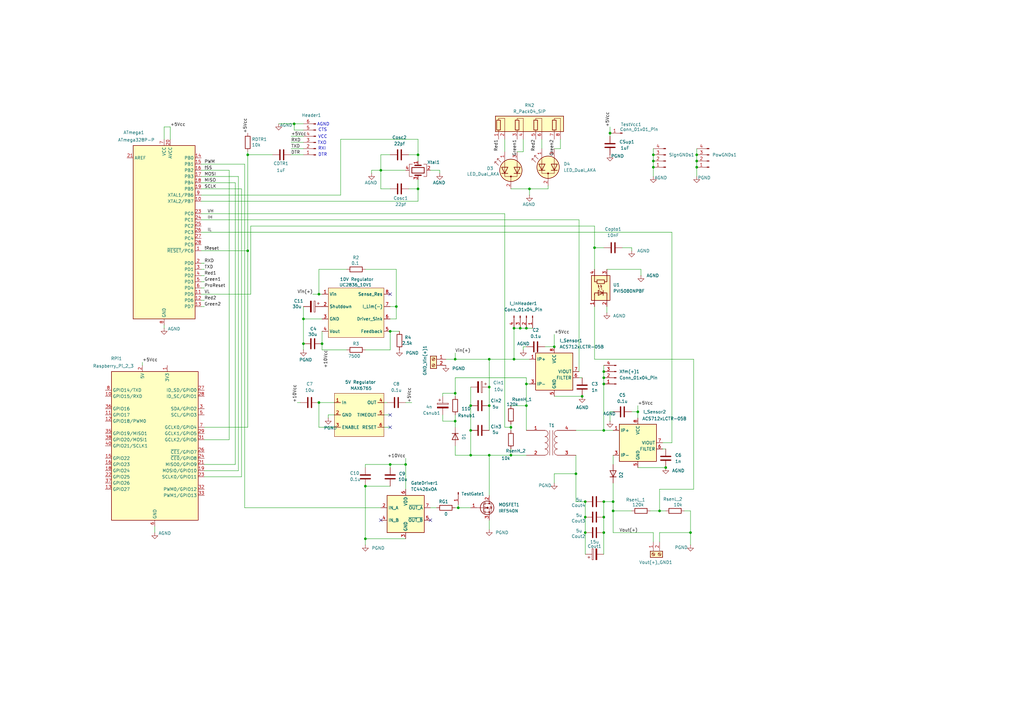
<source format=kicad_sch>
(kicad_sch (version 20250114) (generator "eeschema") (generator_version "9.0")
  (paper "A3")
  (title_block (title "EV Microgrid Flyback Converter") (company "Cal Poly, Senior Project"))
  (lib_symbols
    (symbol "C_1" (pin_numbers (hide yes)) (pin_names (offset 0.254))
      (property "Reference" "C" (at 0.635 2.54 0))
      (property "Value" "C" (at 0.635 -2.54 0))
      (symbol "C_1_1_1"
        (pin passive line (at 0 3.81 270) (length 2.794) (name "~") (number "1"))
        (pin passive line (at 0 -3.81 90) (length 2.794) (name "~") (number "2"))
      )
    )
    (symbol "Connector:Conn_01x01_Pin" (pin_names (offset 1.016) (hide yes))
      (property "Reference" "J" (at 0 2.54 0))
      (property "Value" "Conn_01x01_Pin" (at 0 -2.54 0))
      (symbol "Conn_01x01_Pin_1_1"
        (pin passive line (at 5.08 0 180) (length 3.81) (name "Pin_1") (number "1"))
      )
    )
    (symbol "Connector:Conn_01x04_Pin" (pin_names (offset 1.016) (hide yes))
      (property "Reference" "J" (at 0 5.08 0))
      (property "Value" "Conn_01x04_Pin" (at 0 -7.62 0))
      (symbol "Conn_01x04_Pin_1_1"
        (pin passive line (at 5.08 2.54 180) (length 3.81) (name "Pin_1") (number "1"))
        (pin passive line (at 5.08 0 180) (length 3.81) (name "Pin_2") (number "2"))
        (pin passive line (at 5.08 -2.54 180) (length 3.81) (name "Pin_3") (number "3"))
        (pin passive line (at 5.08 -5.08 180) (length 3.81) (name "Pin_4") (number "4"))
      )
    )
    (symbol "Connector:Raspberry_Pi_2_3"
      (property "Reference" "J" (at -17.78 31.75 0))
      (property "Value" "Raspberry_Pi_2_3" (at 10.16 -31.75 0))
      (symbol "Raspberry_Pi_2_3_1_1"
        (pin bidirectional line (at -20.32 22.86 0) (length 2.54) (name "GPIO14/TXD") (number "8"))
        (pin bidirectional line (at -20.32 20.32 0) (length 2.54) (name "GPIO15/RXD") (number "10"))
        (pin bidirectional line (at -20.32 15.24 0) (length 2.54) (name "GPIO16") (number "36"))
        (pin bidirectional line (at -20.32 12.7 0) (length 2.54) (name "GPIO17") (number "11"))
        (pin bidirectional line (at -20.32 10.16 0) (length 2.54) (name "GPIO18/PWM0") (number "12"))
        (pin bidirectional line (at -20.32 5.08 0) (length 2.54) (name "GPIO19/MISO1") (number "35"))
        (pin bidirectional line (at -20.32 2.54 0) (length 2.54) (name "GPIO20/MOSI1") (number "38"))
        (pin bidirectional line (at -20.32 0 0) (length 2.54) (name "GPIO21/SCLK1") (number "40"))
        (pin bidirectional line (at -20.32 -5.08 0) (length 2.54) (name "GPIO22") (number "15"))
        (pin bidirectional line (at -20.32 -7.62 0) (length 2.54) (name "GPIO23") (number "16"))
        (pin bidirectional line (at -20.32 -10.16 0) (length 2.54) (name "GPIO24") (number "18"))
        (pin bidirectional line (at -20.32 -12.7 0) (length 2.54) (name "GPIO25") (number "22"))
        (pin bidirectional line (at -20.32 -15.24 0) (length 2.54) (name "GPIO26") (number "37"))
        (pin bidirectional line (at -20.32 -17.78 0) (length 2.54) (name "GPIO27") (number "13"))
        (pin power_in line (at -5.08 33.02 270) (length 2.54) (name "5V") (number "2"))
        (pin passive line (at -5.08 33.02 270) (length 2.54) (hide yes) (name "5V") (number "4"))
        (pin passive line (at 0 -33.02 90) (length 2.54) (hide yes) (name "GND") (number "14"))
        (pin passive line (at 0 -33.02 90) (length 2.54) (hide yes) (name "GND") (number "20"))
        (pin passive line (at 0 -33.02 90) (length 2.54) (hide yes) (name "GND") (number "25"))
        (pin passive line (at 0 -33.02 90) (length 2.54) (hide yes) (name "GND") (number "30"))
        (pin passive line (at 0 -33.02 90) (length 2.54) (hide yes) (name "GND") (number "34"))
        (pin passive line (at 0 -33.02 90) (length 2.54) (hide yes) (name "GND") (number "39"))
        (pin power_in line (at 0 -33.02 90) (length 2.54) (name "GND") (number "6"))
        (pin passive line (at 0 -33.02 90) (length 2.54) (hide yes) (name "GND") (number "9"))
        (pin power_in line (at 5.08 33.02 270) (length 2.54) (name "3V3") (number "1"))
        (pin passive line (at 5.08 33.02 270) (length 2.54) (hide yes) (name "3V3") (number "17"))
        (pin bidirectional line (at 20.32 22.86 180) (length 2.54) (name "ID_SD/GPIO0") (number "27"))
        (pin bidirectional line (at 20.32 20.32 180) (length 2.54) (name "ID_SC/GPIO1") (number "28"))
        (pin bidirectional line (at 20.32 15.24 180) (length 2.54) (name "SDA/GPIO2") (number "3"))
        (pin bidirectional line (at 20.32 12.7 180) (length 2.54) (name "SCL/GPIO3") (number "5"))
        (pin bidirectional line (at 20.32 7.62 180) (length 2.54) (name "GCLK0/GPIO4") (number "7"))
        (pin bidirectional line (at 20.32 5.08 180) (length 2.54) (name "GCLK1/GPIO5") (number "29"))
        (pin bidirectional line (at 20.32 2.54 180) (length 2.54) (name "GCLK2/GPIO6") (number "31"))
        (pin bidirectional line (at 20.32 -2.54 180) (length 2.54) (name "~{CE1}/GPIO7") (number "26"))
        (pin bidirectional line (at 20.32 -5.08 180) (length 2.54) (name "~{CE0}/GPIO8") (number "24"))
        (pin bidirectional line (at 20.32 -7.62 180) (length 2.54) (name "MISO0/GPIO9") (number "21"))
        (pin bidirectional line (at 20.32 -10.16 180) (length 2.54) (name "MOSI0/GPIO10") (number "19"))
        (pin bidirectional line (at 20.32 -12.7 180) (length 2.54) (name "SCLK0/GPIO11") (number "23"))
        (pin bidirectional line (at 20.32 -17.78 180) (length 2.54) (name "PWM0/GPIO12") (number "32"))
        (pin bidirectional line (at 20.32 -20.32 180) (length 2.54) (name "PWM1/GPIO13") (number "33"))
      )
    )
    (symbol "Connector:Screw_Terminal_01x02" (pin_names (offset 1.016) (hide yes))
      (property "Reference" "J" (at 0 2.54 0))
      (property "Value" "Screw_Terminal_01x02" (at 0 -5.08 0))
      (symbol "Screw_Terminal_01x02_1_1"
        (pin passive line (at -5.08 0 0) (length 3.81) (name "Pin_1") (number "1"))
        (pin passive line (at -5.08 -2.54 0) (length 3.81) (name "Pin_2") (number "2"))
      )
    )
    (symbol "Device:C" (pin_numbers (hide yes)) (pin_names (offset 0.254))
      (property "Reference" "C" (at 0.635 2.54 0))
      (property "Value" "C" (at 0.635 -2.54 0))
      (symbol "C_1_1"
        (pin passive line (at 0 3.81 270) (length 2.794) (name "~") (number "1"))
        (pin passive line (at 0 -3.81 90) (length 2.794) (name "~") (number "2"))
      )
    )
    (symbol "Device:C_Polarized" (pin_numbers (hide yes)) (pin_names (offset 0.254))
      (property "Reference" "C" (at 0.635 2.54 0))
      (property "Value" "C_Polarized" (at 0.635 -2.54 0))
      (symbol "C_Polarized_1_1"
        (pin passive line (at 0 3.81 270) (length 2.794) (name "~") (number "1"))
        (pin passive line (at 0 -3.81 90) (length 2.794) (name "~") (number "2"))
      )
    )
    (symbol "Device:Crystal_GND23" (pin_names (offset 1.016) (hide yes))
      (property "Reference" "Y1" (at 11.43 6.4202 0))
      (property "Value" "Crystal_GND23" (at 11.43 3.8802 0))
      (symbol "Crystal_GND23_1_1"
        (pin passive line (at -3.81 0 0) (length 1.27) (name "1") (number "1"))
        (pin passive line (at 0 5.08 270) (length 1.27) (name "2") (number "2"))
        (pin passive line (at 0 -5.08 90) (length 1.27) (name "4") (number "4"))
        (pin passive line (at 3.81 0 180) (length 1.27) (name "3") (number "3"))
      )
    )
    (symbol "Device:D" (pin_numbers (hide yes)) (pin_names (offset 1.016) (hide yes))
      (property "Reference" "D" (at 0 2.54 0))
      (property "Value" "D" (at 0 -2.54 0))
      (symbol "D_1_1"
        (pin passive line (at -3.81 0 0) (length 2.54) (name "K") (number "1"))
        (pin passive line (at 3.81 0 180) (length 2.54) (name "A") (number "2"))
      )
    )
    (symbol "Device:LED_Dual_AKA" (pin_names (offset 0) (hide yes))
      (property "Reference" "D" (at 0 5.715 0))
      (property "Value" "LED_Dual_AKA" (at 0 -6.35 0))
      (symbol "LED_Dual_AKA_1_1"
        (pin input line (at -7.62 0 0) (length 3.048) (name "K") (number "2"))
        (pin input line (at 7.62 2.54 180) (length 3.81) (name "A1") (number "1"))
        (pin input line (at 7.62 -2.54 180) (length 3.81) (name "A2") (number "3"))
      )
    )
    (symbol "Device:R" (pin_numbers (hide yes)) (pin_names (offset 0))
      (property "Reference" "R" (at 2.032 0 90))
      (property "Value" "R" (at 0 0 90))
      (symbol "R_1_1"
        (pin passive line (at 0 3.81 270) (length 1.27) (name "~") (number "1"))
        (pin passive line (at 0 -3.81 90) (length 1.27) (name "~") (number "2"))
      )
    )
    (symbol "Device:R_Pack04_SIP" (pin_names (offset 0) (hide yes))
      (property "Reference" "RN" (at -15.24 0 90))
      (property "Value" "R_Pack04_SIP" (at 15.24 0 90))
      (symbol "R_Pack04_SIP_1_1"
        (pin passive line (at -12.7 -5.08 90) (length 3.81) (name "R1.1") (number "1"))
        (pin passive line (at -10.16 -5.08 90) (length 3.81) (name "R1.2") (number "2"))
        (pin passive line (at -5.08 -5.08 90) (length 3.81) (name "R2.1") (number "3"))
        (pin passive line (at -2.54 -5.08 90) (length 3.81) (name "R2.2") (number "4"))
        (pin passive line (at 2.54 -5.08 90) (length 3.81) (name "R3.1") (number "5"))
        (pin passive line (at 5.08 -5.08 90) (length 3.81) (name "R3.2") (number "6"))
        (pin passive line (at 10.16 -5.08 90) (length 3.81) (name "R4.1") (number "7"))
        (pin passive line (at 12.7 -5.08 90) (length 3.81) (name "R4.2") (number "8"))
      )
    )
    (symbol "Device:Transformer_1P_1S" (pin_names (offset 1.016) (hide yes))
      (property "Reference" "T" (at 0 6.35 0))
      (property "Value" "Transformer_1P_1S" (at 0 -7.62 0))
      (symbol "Transformer_1P_1S_1_1"
        (pin passive line (at -10.16 5.08 0) (length 7.62) (name "AA") (number "1"))
        (pin passive line (at -10.16 -5.08 0) (length 7.62) (name "AB") (number "2"))
        (pin passive line (at 10.16 5.08 180) (length 7.62) (name "SB") (number "4"))
        (pin passive line (at 10.16 -5.08 180) (length 7.62) (name "SA") (number "3"))
      )
    )
    (symbol "Driver_FET:TC4426xOA"
      (property "Reference" "U" (at -7.62 8.89 0))
      (property "Value" "TC4426xOA" (at 1.27 8.89 0))
      (symbol "TC4426xOA_1_1"
        (pin input line (at -10.16 2.54 0) (length 2.54) (name "IN_A") (number "2"))
        (pin input line (at -10.16 -2.54 0) (length 2.54) (name "IN_B") (number "4"))
        (pin no_connect line (at -7.62 0 0) (length 2.54) (hide yes) (name "NC") (number "1"))
        (pin power_in line (at 0 10.16 270) (length 2.54) (name "VDD") (number "6"))
        (pin power_in line (at 0 -10.16 90) (length 2.54) (name "GND") (number "3"))
        (pin no_connect line (at 7.62 0 180) (length 2.54) (hide yes) (name "NC") (number "8"))
        (pin output line (at 10.16 2.54 180) (length 2.54) (name "~{OUT_A}") (number "7"))
        (pin output line (at 10.16 -2.54 180) (length 2.54) (name "~{OUT_B}") (number "5"))
      )
    )
    (symbol "Isolator:NSL-32" (pin_names (offset 0.762) (hide yes))
      (property "Reference" "U" (at 0 5.08 0))
      (property "Value" "NSL-32" (at 0 -5.08 0))
      (symbol "NSL-32_1_1"
        (pin passive line (at -7.62 2.54 0) (length 2.54) (name "A") (number "1"))
        (pin passive line (at -7.62 -2.54 0) (length 2.54) (name "K") (number "2"))
        (pin passive line (at 7.62 2.54 180) (length 2.54) (name "R") (number "4"))
        (pin passive line (at 7.62 -2.54 180) (length 2.54) (name "R") (number "3"))
      )
    )
    (symbol "MCU_Microchip_ATmega:ATmega328P-P"
      (property "Reference" "U" (at -12.7 36.83 0))
      (property "Value" "ATmega328P-P" (at 2.54 -36.83 0))
      (symbol "ATmega328P-P_1_1"
        (pin passive line (at -15.24 30.48 0) (length 2.54) (name "AREF") (number "21"))
        (pin power_in line (at 0 38.1 270) (length 2.54) (name "VCC") (number "7"))
        (pin passive line (at 0 -38.1 90) (length 2.54) (hide yes) (name "GND") (number "22"))
        (pin power_in line (at 0 -38.1 90) (length 2.54) (name "GND") (number "8"))
        (pin power_in line (at 2.54 38.1 270) (length 2.54) (name "AVCC") (number "20"))
        (pin bidirectional line (at 15.24 30.48 180) (length 2.54) (name "PB0") (number "14"))
        (pin bidirectional line (at 15.24 27.94 180) (length 2.54) (name "PB1") (number "15"))
        (pin bidirectional line (at 15.24 25.4 180) (length 2.54) (name "PB2") (number "16"))
        (pin bidirectional line (at 15.24 22.86 180) (length 2.54) (name "PB3") (number "17"))
        (pin bidirectional line (at 15.24 20.32 180) (length 2.54) (name "PB4") (number "18"))
        (pin bidirectional line (at 15.24 17.78 180) (length 2.54) (name "PB5") (number "19"))
        (pin bidirectional line (at 15.24 15.24 180) (length 2.54) (name "XTAL1/PB6") (number "9"))
        (pin bidirectional line (at 15.24 12.7 180) (length 2.54) (name "XTAL2/PB7") (number "10"))
        (pin bidirectional line (at 15.24 7.62 180) (length 2.54) (name "PC0") (number "23"))
        (pin bidirectional line (at 15.24 5.08 180) (length 2.54) (name "PC1") (number "24"))
        (pin bidirectional line (at 15.24 2.54 180) (length 2.54) (name "PC2") (number "25"))
        (pin bidirectional line (at 15.24 0 180) (length 2.54) (name "PC3") (number "26"))
        (pin bidirectional line (at 15.24 -2.54 180) (length 2.54) (name "PC4") (number "27"))
        (pin bidirectional line (at 15.24 -5.08 180) (length 2.54) (name "PC5") (number "28"))
        (pin bidirectional line (at 15.24 -7.62 180) (length 2.54) (name "~{RESET}/PC6") (number "1"))
        (pin bidirectional line (at 15.24 -12.7 180) (length 2.54) (name "PD0") (number "2"))
        (pin bidirectional line (at 15.24 -15.24 180) (length 2.54) (name "PD1") (number "3"))
        (pin bidirectional line (at 15.24 -17.78 180) (length 2.54) (name "PD2") (number "4"))
        (pin bidirectional line (at 15.24 -20.32 180) (length 2.54) (name "PD3") (number "5"))
        (pin bidirectional line (at 15.24 -22.86 180) (length 2.54) (name "PD4") (number "6"))
        (pin bidirectional line (at 15.24 -25.4 180) (length 2.54) (name "PD5") (number "11"))
        (pin bidirectional line (at 15.24 -27.94 180) (length 2.54) (name "PD6") (number "12"))
        (pin bidirectional line (at 15.24 -30.48 180) (length 2.54) (name "PD7") (number "13"))
      )
    )
    (symbol "New_Library:MAX6765"
      (property "Reference" "MAX6765" (at 0.762 0.762 0))
      (property "Value" "5V Regulator" (at 0.508 3.302 0))
      (symbol "MAX6765_1_1"
        (pin input line (at -10.16 -5.08 0) (length 2.54) (name "In") (number "1"))
        (pin input line (at -10.16 -10.16 0) (length 2.54) (name "GND") (number "2"))
        (pin input line (at -10.16 -15.24 0) (length 2.54) (name "ENABLE") (number "3"))
        (pin input line (at 10.16 -5.08 180) (length 2.54) (name "OUT") (number "4"))
        (pin input line (at 10.16 -10.16 180) (length 2.54) (name "TIMEOUT") (number "5"))
        (pin input line (at 10.16 -15.24 180) (length 2.54) (name "RESET") (number "6"))
      )
    )
    (symbol "Regulator:UC2836D"
      (property "Reference" "UC2836D" (at 0 0 0))
      (symbol "UC2836D_1_1"
        (pin input line (at -13.97 -3.81 0) (length 2.54) (name "Vin") (number "1"))
        (pin input line (at -13.97 -8.89 0) (length 2.54) (name "Shutdown") (number "2"))
        (pin output line (at -13.97 -13.97 0) (length 2.54) (name "GND") (number "3"))
        (pin output line (at -13.97 -19.05 0) (length 2.54) (name "Vout") (number "4"))
        (pin unspecified line (at 13.97 -3.81 180) (length 2.54) (name "Sense_Res") (number "8"))
        (pin output line (at 13.97 -8.89 180) (length 2.54) (name "I_Lim(-)") (number "7"))
        (pin input line (at 13.97 -13.97 180) (length 2.54) (name "Driver_Sink") (number "6"))
        (pin input line (at 13.97 -19.05 180) (length 2.54) (name "Feedback") (number "5"))
      )
    )
    (symbol "Sensor_Current:ACS712xLCTR-05B"
      (property "Reference" "U" (at 2.54 11.43 0))
      (property "Value" "ACS712xLCTR-05B" (at 2.54 8.89 0))
      (symbol "ACS712xLCTR-05B_1_1"
        (pin passive line (at -10.16 5.08 0) (length 2.54) (name "IP+") (number "1"))
        (pin passive line (at -10.16 5.08 0) (length 2.54) (hide yes) (name "IP+") (number "2"))
        (pin passive line (at -10.16 -5.08 0) (length 2.54) (name "IP-") (number "3"))
        (pin passive line (at -10.16 -5.08 0) (length 2.54) (hide yes) (name "IP-") (number "4"))
        (pin power_in line (at 0 10.16 270) (length 2.54) (name "VCC") (number "8"))
        (pin power_in line (at 0 -10.16 90) (length 2.54) (name "GND") (number "5"))
        (pin output line (at 10.16 0 180) (length 2.54) (name "VIOUT") (number "7"))
        (pin passive line (at 10.16 -2.54 180) (length 2.54) (name "FILTER") (number "6"))
      )
    )
    (symbol "Transistor_FET:IRF540N" (pin_names (hide yes))
      (property "Reference" "Q" (at 5.08 1.905 0))
      (property "Value" "IRF540N" (at 5.08 0 0))
      (symbol "IRF540N_1_1"
        (pin input line (at -5.08 0 0) (length 2.54) (name "G") (number "1"))
        (pin passive line (at 2.54 5.08 270) (length 2.54) (name "D") (number "2"))
        (pin passive line (at 2.54 -5.08 90) (length 2.54) (name "S") (number "3"))
      )
    )
    (symbol "conn_01x06_male:Conn_01x06_Male" (pin_names (offset 1.016) (hide yes))
      (property "Reference" "HeaderFTDI1" (at -6.35 -1.524 0))
      (property "Value" "Conn_01x06_Male" (at -6.35 -3.8354 0))
      (symbol "Conn_01x06_Male_1_1"
        (pin passive line (at 5.08 5.08 180) (length 3.81) (name "Pin_1") (number "1"))
        (pin passive line (at 5.08 2.54 180) (length 3.81) (name "Pin_2") (number "2"))
        (pin passive line (at 5.08 0 180) (length 3.81) (name "Pin_3") (number "3"))
        (pin passive line (at 5.08 -2.54 180) (length 3.81) (name "Pin_4") (number "4"))
        (pin passive line (at 5.08 -5.08 180) (length 3.81) (name "Pin_5") (number "5"))
        (pin passive line (at 5.08 -7.62 180) (length 3.81) (name "Pin_6") (number "6"))
      )
    )
    (symbol "power:GND" (power) (pin_numbers (hide yes)) (pin_names (offset 0) (hide yes))
      (property "Value" "GND" (at 0 -3.81 0))
      (symbol "GND_1_1"
        (pin power_in line (at 0 0 270) (length 0) (name "~") (number "1"))
      )
    )
  )
  (text "AGND\n\n" (at 132.588 52.07 0) (effects (font (size 1.27 1.27))))
  (text "VCC" (at 132.334 56.134 0) (effects (font (size 1.27 1.27))))
  (text "RXI\n" (at 132.08 60.96 0) (effects (font (size 1.27 1.27))))
  (text "CTS\n" (at 132.334 53.34 0) (effects (font (size 1.27 1.27))))
  (text "TXO\n\n" (at 132.08 59.69 0) (effects (font (size 1.27 1.27))))
  (text "DTR\n" (at 132.334 63.5 0) (effects (font (size 1.27 1.27))))
  (junction (at 285.75 68.58))
  (junction (at 187.96 208.28))
  (junction (at 209.55 175.26))
  (junction (at 193.04 166.37))
  (junction (at 171.45 77.47))
  (junction (at 217.17 77.47))
  (junction (at 285.75 63.5))
  (junction (at 285.75 66.04))
  (junction (at 200.66 186.69))
  (junction (at 240.03 205.74))
  (junction (at 186.69 172.72))
  (junction (at 238.76 162.56))
  (junction (at 247.65 154.94))
  (junction (at 273.05 191.77))
  (junction (at 130.81 165.1))
  (junction (at 247.65 176.53))
  (junction (at 250.19 54.61))
  (junction (at 215.9 166.37))
  (junction (at 210.82 134.62))
  (junction (at 240.03 212.09))
  (junction (at 171.45 63.5))
  (junction (at 120.65 50.8))
  (junction (at 160.02 135.89))
  (junction (at 267.97 66.04))
  (junction (at 236.22 194.31))
  (junction (at 124.46 130.81))
  (junction (at 213.36 134.62))
  (junction (at 283.21 218.44))
  (junction (at 227.33 142.24))
  (junction (at 101.6 63.5))
  (junction (at 186.69 147.32))
  (junction (at 261.62 168.91))
  (junction (at 247.65 157.48))
  (junction (at 130.81 120.65))
  (junction (at 149.86 199.39))
  (junction (at 101.6 102.87))
  (junction (at 267.97 68.58))
  (junction (at 215.9 157.48))
  (junction (at 215.9 134.62))
  (junction (at 251.46 205.74))
  (junction (at 240.03 218.44))
  (junction (at 166.37 190.5))
  (junction (at 149.86 220.98))
  (junction (at 247.65 212.09))
  (junction (at 210.82 147.32))
  (junction (at 270.51 209.55))
  (junction (at 267.97 63.5))
  (junction (at 193.04 176.53))
  (junction (at 156.21 69.85))
  (junction (at 247.65 205.74))
  (junction (at 247.65 218.44))
  (junction (at 200.66 166.37))
  (junction (at 247.65 152.4))
  (junction (at 251.46 209.55))
  (junction (at 243.84 101.6))
  (junction (at 200.66 158.75))
  (junction (at 162.56 125.73))
  (junction (at 200.66 147.32))
  (junction (at 132.08 140.97))
  (junction (at 209.55 186.69))
  (junction (at 186.69 161.29))
  (junction (at 160.02 190.5))
  (junction (at 193.04 186.69))
  (junction (at 124.46 140.97))
  (no_connect (at 160.02 120.65))
  (no_connect (at 160.02 175.26))
  (no_connect (at 176.53 213.36))
  (no_connect (at 156.21 213.36))
  (no_connect (at 160.02 170.18))
  (wire (pts (xy 130.81 175.26) (xy 130.81 165.1)))
  (wire (pts (xy 209.55 166.37) (xy 215.9 166.37)))
  (wire (pts (xy 217.17 77.47) (xy 217.17 80.01)))
  (wire (pts (xy 149.86 199.39) (xy 160.02 199.39)))
  (wire (pts (xy 101.6 63.5) (xy 111.76 63.5)))
  (wire (pts (xy 215.9 154.94) (xy 215.9 157.48)))
  (wire (pts (xy 283.21 209.55) (xy 283.21 218.44)))
  (wire (pts (xy 152.4 71.12) (xy 152.4 69.85)))
  (wire (pts (xy 171.45 77.47) (xy 171.45 82.55)))
  (wire (pts (xy 182.88 147.32) (xy 186.69 147.32)))
  (wire (pts (xy 67.31 133.35) (xy 67.31 134.62)))
  (wire (pts (xy 247.65 157.48) (xy 247.65 176.53)))
  (wire (pts (xy 261.62 191.77) (xy 273.05 191.77)))
  (wire (pts (xy 119.38 63.5) (xy 124.46 63.5)))
  (wire (pts (xy 209.55 173.99) (xy 209.55 175.26)))
  (wire (pts (xy 171.45 73.66) (xy 171.45 77.47)))
  (wire (pts (xy 162.56 130.81) (xy 162.56 125.73)))
  (wire (pts (xy 181.61 161.29) (xy 186.69 161.29)))
  (wire (pts (xy 120.65 50.8) (xy 120.65 53.34)))
  (wire (pts (xy 255.27 101.6) (xy 259.08 101.6)))
  (wire (pts (xy 67.31 57.15) (xy 67.31 52.07)))
  (wire (pts (xy 284.48 147.32) (xy 284.48 200.66)))
  (wire (pts (xy 67.31 52.07) (xy 69.85 52.07)))
  (wire (pts (xy 251.46 209.55) (xy 251.46 218.44)))
  (wire (pts (xy 259.08 101.6) (xy 259.08 102.87)))
  (wire (pts (xy 243.84 92.71) (xy 243.84 101.6)))
  (wire (pts (xy 96.52 74.93) (xy 82.55 74.93)))
  (wire (pts (xy 266.7 209.55) (xy 270.51 209.55)))
  (wire (pts (xy 267.97 66.04) (xy 267.97 68.58)))
  (wire (pts (xy 251.46 198.12) (xy 251.46 205.74)))
  (wire (pts (xy 139.7 57.15) (xy 139.7 80.01)))
  (wire (pts (xy 200.66 147.32) (xy 210.82 147.32)))
  (wire (pts (xy 82.55 118.11) (xy 83.82 118.11)))
  (wire (pts (xy 130.81 120.65) (xy 130.81 110.49)))
  (wire (pts (xy 162.56 125.73) (xy 160.02 125.73)))
  (wire (pts (xy 262.89 110.49) (xy 262.89 113.03)))
  (wire (pts (xy 157.48 165.1) (xy 158.75 165.1)))
  (wire (pts (xy 186.69 172.72) (xy 186.69 170.18)))
  (wire (pts (xy 82.55 87.63) (xy 207.01 87.63)))
  (wire (pts (xy 156.21 63.5) (xy 156.21 69.85)))
  (wire (pts (xy 224.79 77.47) (xy 224.79 76.2)))
  (wire (pts (xy 193.04 166.37) (xy 193.04 176.53)))
  (wire (pts (xy 83.82 193.04) (xy 97.79 193.04)))
  (wire (pts (xy 247.65 212.09) (xy 247.65 218.44)))
  (wire (pts (xy 210.82 134.62) (xy 210.82 147.32)))
  (wire (pts (xy 128.27 120.65) (xy 130.81 120.65)))
  (wire (pts (xy 82.55 123.19) (xy 83.82 123.19)))
  (wire (pts (xy 156.21 69.85) (xy 156.21 77.47)))
  (wire (pts (xy 227.33 194.31) (xy 236.22 194.31)))
  (wire (pts (xy 207.01 87.63) (xy 207.01 175.26)))
  (wire (pts (xy 243.84 101.6) (xy 243.84 110.49)))
  (wire (pts (xy 97.79 193.04) (xy 97.79 72.39)))
  (wire (pts (xy 236.22 186.69) (xy 236.22 194.31)))
  (wire (pts (xy 187.96 208.28) (xy 193.04 208.28)))
  (wire (pts (xy 247.65 212.09) (xy 247.65 205.74)))
  (wire (pts (xy 132.08 143.51) (xy 142.24 143.51)))
  (wire (pts (xy 130.81 110.49) (xy 142.24 110.49)))
  (wire (pts (xy 193.04 176.53) (xy 193.04 186.69)))
  (wire (pts (xy 285.75 68.58) (xy 285.75 72.39)))
  (wire (pts (xy 251.46 205.74) (xy 251.46 209.55)))
  (wire (pts (xy 209.55 175.26) (xy 209.55 176.53)))
  (wire (pts (xy 250.19 54.61) (xy 250.19 55.88)))
  (wire (pts (xy 166.37 190.5) (xy 166.37 187.96)))
  (wire (pts (xy 280.67 209.55) (xy 283.21 209.55)))
  (wire (pts (xy 82.55 82.55) (xy 171.45 82.55)))
  (wire (pts (xy 83.82 175.26) (xy 101.6 175.26)))
  (wire (pts (xy 193.04 158.75) (xy 193.04 166.37)))
  (wire (pts (xy 99.06 77.47) (xy 82.55 77.47)))
  (wire (pts (xy 223.52 142.24) (xy 227.33 142.24)))
  (wire (pts (xy 247.65 176.53) (xy 251.46 176.53)))
  (wire (pts (xy 132.08 140.97) (xy 132.08 143.51)))
  (wire (pts (xy 270.51 218.44) (xy 270.51 222.25)))
  (wire (pts (xy 124.46 125.73) (xy 124.46 130.81)))
  (wire (pts (xy 100.33 208.28) (xy 156.21 208.28)))
  (wire (pts (xy 247.65 149.86) (xy 247.65 152.4)))
  (wire (pts (xy 247.65 152.4) (xy 247.65 154.94)))
  (wire (pts (xy 251.46 218.44) (xy 267.97 218.44)))
  (wire (pts (xy 82.55 110.49) (xy 83.82 110.49)))
  (wire (pts (xy 162.56 110.49) (xy 162.56 125.73)))
  (wire (pts (xy 236.22 176.53) (xy 247.65 176.53)))
  (wire (pts (xy 82.55 107.95) (xy 83.82 107.95)))
  (wire (pts (xy 186.69 162.56) (xy 186.69 161.29)))
  (wire (pts (xy 149.86 110.49) (xy 162.56 110.49)))
  (wire (pts (xy 121.92 165.1) (xy 123.19 165.1)))
  (wire (pts (xy 214.63 142.24) (xy 214.63 143.51)))
  (wire (pts (xy 101.6 62.23) (xy 101.6 63.5)))
  (wire (pts (xy 82.55 102.87) (xy 101.6 102.87)))
  (wire (pts (xy 243.84 125.73) (xy 243.84 147.32)))
  (wire (pts (xy 251.46 168.91) (xy 250.19 168.91)))
  (wire (pts (xy 285.75 63.5) (xy 285.75 66.04)))
  (wire (pts (xy 250.19 168.91) (xy 250.19 172.72)))
  (wire (pts (xy 240.03 218.44) (xy 240.03 212.09)))
  (wire (pts (xy 101.6 102.87) (xy 101.6 63.5)))
  (wire (pts (xy 270.51 200.66) (xy 284.48 200.66)))
  (wire (pts (xy 102.87 92.71) (xy 243.84 92.71)))
  (wire (pts (xy 271.78 181.61) (xy 275.59 181.61)))
  (wire (pts (xy 156.21 69.85) (xy 166.37 69.85)))
  (wire (pts (xy 247.65 227.33) (xy 247.65 218.44)))
  (wire (pts (xy 243.84 147.32) (xy 284.48 147.32)))
  (wire (pts (xy 237.49 152.4) (xy 237.49 90.17)))
  (wire (pts (xy 156.21 63.5) (xy 160.02 63.5)))
  (wire (pts (xy 236.22 205.74) (xy 240.03 205.74)))
  (wire (pts (xy 222.25 57.15) (xy 222.25 60.96)))
  (wire (pts (xy 227.33 137.16) (xy 227.33 142.24)))
  (wire (pts (xy 120.65 50.8) (xy 124.46 50.8)))
  (wire (pts (xy 209.55 184.15) (xy 209.55 186.69)))
  (wire (pts (xy 58.42 148.59) (xy 58.42 149.86)))
  (wire (pts (xy 82.55 69.85) (xy 93.98 69.85)))
  (wire (pts (xy 207.01 57.15) (xy 207.01 62.23)))
  (wire (pts (xy 82.55 95.25) (xy 275.59 95.25)))
  (wire (pts (xy 160.02 135.89) (xy 163.83 135.89)))
  (wire (pts (xy 200.66 158.75) (xy 200.66 166.37)))
  (wire (pts (xy 97.79 72.39) (xy 82.55 72.39)))
  (wire (pts (xy 139.7 57.15) (xy 171.45 57.15)))
  (wire (pts (xy 259.08 168.91) (xy 261.62 168.91)))
  (wire (pts (xy 139.7 80.01) (xy 82.55 80.01)))
  (wire (pts (xy 119.38 60.96) (xy 124.46 60.96)))
  (wire (pts (xy 63.5 215.9) (xy 63.5 218.44)))
  (wire (pts (xy 247.65 101.6) (xy 243.84 101.6)))
  (wire (pts (xy 176.53 69.85) (xy 180.34 69.85)))
  (wire (pts (xy 267.97 60.96) (xy 267.97 63.5)))
  (wire (pts (xy 209.55 186.69) (xy 200.66 186.69)))
  (wire (pts (xy 186.69 144.78) (xy 186.69 147.32)))
  (wire (pts (xy 215.9 157.48) (xy 215.9 166.37)))
  (wire (pts (xy 285.75 60.96) (xy 285.75 63.5)))
  (wire (pts (xy 119.38 55.88) (xy 124.46 55.88)))
  (wire (pts (xy 209.55 77.47) (xy 217.17 77.47)))
  (wire (pts (xy 181.61 170.18) (xy 181.61 172.72)))
  (wire (pts (xy 247.65 154.94) (xy 247.65 157.48)))
  (wire (pts (xy 210.82 134.62) (xy 213.36 134.62)))
  (wire (pts (xy 237.49 90.17) (xy 82.55 90.17)))
  (wire (pts (xy 119.38 58.42) (xy 124.46 58.42)))
  (wire (pts (xy 100.33 67.31) (xy 100.33 208.28)))
  (wire (pts (xy 186.69 175.26) (xy 186.69 172.72)))
  (wire (pts (xy 137.16 165.1) (xy 130.81 165.1)))
  (wire (pts (xy 217.17 77.47) (xy 224.79 77.47)))
  (wire (pts (xy 160.02 170.18) (xy 157.48 170.18)))
  (wire (pts (xy 207.01 175.26) (xy 209.55 175.26)))
  (wire (pts (xy 181.61 162.56) (xy 181.61 161.29)))
  (wire (pts (xy 171.45 57.15) (xy 171.45 63.5)))
  (wire (pts (xy 176.53 208.28) (xy 179.07 208.28)))
  (wire (pts (xy 124.46 130.81) (xy 132.08 130.81)))
  (wire (pts (xy 270.51 218.44) (xy 283.21 218.44)))
  (wire (pts (xy 227.33 60.96) (xy 229.87 60.96)))
  (wire (pts (xy 82.55 67.31) (xy 100.33 67.31)))
  (wire (pts (xy 215.9 142.24) (xy 214.63 142.24)))
  (wire (pts (xy 160.02 190.5) (xy 160.02 191.77)))
  (wire (pts (xy 149.86 220.98) (xy 149.86 223.52)))
  (wire (pts (xy 270.51 200.66) (xy 270.51 209.55)))
  (wire (pts (xy 167.64 77.47) (xy 171.45 77.47)))
  (wire (pts (xy 229.87 57.15) (xy 229.87 60.96)))
  (wire (pts (xy 124.46 143.51) (xy 124.46 140.97)))
  (wire (pts (xy 82.55 115.57) (xy 83.82 115.57)))
  (wire (pts (xy 200.66 213.36) (xy 200.66 217.17)))
  (wire (pts (xy 267.97 68.58) (xy 267.97 72.39)))
  (wire (pts (xy 160.02 130.81) (xy 162.56 130.81)))
  (wire (pts (xy 82.55 113.03) (xy 83.82 113.03)))
  (wire (pts (xy 217.17 157.48) (xy 215.9 157.48)))
  (wire (pts (xy 240.03 212.09) (xy 240.03 205.74)))
  (wire (pts (xy 200.66 147.32) (xy 200.66 158.75)))
  (wire (pts (xy 187.96 207.01) (xy 187.96 208.28)))
  (wire (pts (xy 167.64 63.5) (xy 171.45 63.5)))
  (wire (pts (xy 166.37 165.1) (xy 168.91 165.1)))
  (wire (pts (xy 186.69 154.94) (xy 215.9 154.94)))
  (wire (pts (xy 215.9 166.37) (xy 215.9 176.53)))
  (wire (pts (xy 134.62 170.18) (xy 137.16 170.18)))
  (wire (pts (xy 267.97 218.44) (xy 267.97 222.25)))
  (wire (pts (xy 186.69 161.29) (xy 186.69 154.94)))
  (wire (pts (xy 262.89 110.49) (xy 248.92 110.49)))
  (wire (pts (xy 130.81 175.26) (xy 137.16 175.26)))
  (wire (pts (xy 270.51 209.55) (xy 273.05 209.55)))
  (wire (pts (xy 96.52 190.5) (xy 96.52 74.93)))
  (wire (pts (xy 210.82 147.32) (xy 217.17 147.32)))
  (wire (pts (xy 200.66 166.37) (xy 200.66 176.53)))
  (wire (pts (xy 149.86 199.39) (xy 149.86 220.98)))
  (wire (pts (xy 101.6 175.26) (xy 101.6 102.87)))
  (wire (pts (xy 186.69 186.69) (xy 186.69 182.88)))
  (wire (pts (xy 212.09 62.23) (xy 214.63 62.23)))
  (wire (pts (xy 149.86 190.5) (xy 160.02 190.5)))
  (wire (pts (xy 186.69 186.69) (xy 193.04 186.69)))
  (wire (pts (xy 227.33 198.12) (xy 227.33 194.31)))
  (wire (pts (xy 275.59 95.25) (xy 275.59 181.61)))
  (wire (pts (xy 251.46 209.55) (xy 259.08 209.55)))
  (wire (pts (xy 251.46 186.69) (xy 251.46 190.5)))
  (wire (pts (xy 149.86 191.77) (xy 149.86 190.5)))
  (wire (pts (xy 83.82 190.5) (xy 96.52 190.5)))
  (wire (pts (xy 124.46 53.34) (xy 120.65 53.34)))
  (wire (pts (xy 93.98 180.34) (xy 83.82 180.34)))
  (wire (pts (xy 160.02 175.26) (xy 157.48 175.26)))
  (wire (pts (xy 186.69 147.32) (xy 200.66 147.32)))
  (wire (pts (xy 193.04 186.69) (xy 200.66 186.69)))
  (wire (pts (xy 124.46 130.81) (xy 124.46 140.97)))
  (wire (pts (xy 240.03 227.33) (xy 240.03 218.44)))
  (wire (pts (xy 261.62 168.91) (xy 261.62 171.45)))
  (wire (pts (xy 166.37 190.5) (xy 160.02 190.5)))
  (wire (pts (xy 99.06 195.58) (xy 99.06 77.47)))
  (wire (pts (xy 130.81 120.65) (xy 132.08 120.65)))
  (wire (pts (xy 93.98 180.34) (xy 93.98 69.85)))
  (wire (pts (xy 156.21 77.47) (xy 160.02 77.47)))
  (wire (pts (xy 261.62 166.37) (xy 261.62 168.91)))
  (wire (pts (xy 152.4 69.85) (xy 156.21 69.85)))
  (wire (pts (xy 285.75 66.04) (xy 285.75 68.58)))
  (wire (pts (xy 236.22 194.31) (xy 236.22 205.74)))
  (wire (pts (xy 186.69 208.28) (xy 187.96 208.28)))
  (wire (pts (xy 215.9 186.69) (xy 209.55 186.69)))
  (wire (pts (xy 82.55 125.73) (xy 83.82 125.73)))
  (wire (pts (xy 69.85 52.07) (xy 69.85 57.15)))
  (wire (pts (xy 83.82 195.58) (xy 99.06 195.58)))
  (wire (pts (xy 102.87 120.65) (xy 82.55 120.65)))
  (wire (pts (xy 180.34 69.85) (xy 180.34 71.12)))
  (wire (pts (xy 267.97 63.5) (xy 267.97 66.04)))
  (wire (pts (xy 247.65 205.74) (xy 251.46 205.74)))
  (wire (pts (xy 114.3 50.8) (xy 120.65 50.8)))
  (wire (pts (xy 200.66 186.69) (xy 200.66 203.2)))
  (wire (pts (xy 283.21 218.44) (xy 283.21 223.52)))
  (wire (pts (xy 134.62 170.18) (xy 134.62 171.45)))
  (wire (pts (xy 250.19 52.07) (xy 250.19 54.61)))
  (wire (pts (xy 215.9 134.62) (xy 218.44 134.62)))
  (wire (pts (xy 149.86 220.98) (xy 166.37 220.98)))
  (wire (pts (xy 248.92 125.73) (xy 248.92 128.27)))
  (wire (pts (xy 166.37 190.5) (xy 166.37 200.66)))
  (wire (pts (xy 102.87 92.71) (xy 102.87 120.65)))
  (wire (pts (xy 213.36 134.62) (xy 215.9 134.62)))
  (wire (pts (xy 238.76 154.94) (xy 237.49 154.94)))
  (wire (pts (xy 214.63 57.15) (xy 214.63 62.23)))
  (wire (pts (xy 171.45 63.5) (xy 171.45 66.04)))
  (wire (pts (xy 160.02 143.51) (xy 160.02 135.89)))
  (wire (pts (xy 227.33 162.56) (xy 238.76 162.56)))
  (wire (pts (xy 273.05 184.15) (xy 271.78 184.15)))
  (wire (pts (xy 181.61 172.72) (xy 186.69 172.72)))
  (wire (pts (xy 149.86 143.51) (xy 160.02 143.51)))
  (wire (pts (xy 132.08 135.89) (xy 132.08 140.97)))
  (label "Vin(+)" (at 186.69 144.78 0))
  (label "Red1" (at 204.47 57.15 270))
  (label "SCLK" (at 83.82 77.47 0))
  (label "PWM" (at 83.82 67.31 0))
  (label "RXD" (at 119.38 58.42 0))
  (label "Red1" (at 83.82 113.03 0))
  (label "Vout(+)" (at 254 218.44 0))
  (label "Red2" (at 219.71 57.15 270))
  (label "+5Vcc" (at 168.91 165.1 90))
  (label "Vin(+)" (at 128.27 120.65 180))
  (label "ProReset" (at 83.82 118.11 0))
  (label "+5Vcc" (at 58.42 148.59 0))
  (label "MOSI" (at 83.82 72.39 0))
  (label "!SS" (at 83.82 69.85 0))
  (label "+10Vcc" (at 121.92 165.1 90))
  (label "DTR" (at 119.38 63.5 0))
  (label "Green1" (at 83.82 115.57 0))
  (label "+5Vcc" (at 250.19 52.07 90))
  (label "MISO" (at 83.82 74.93 0))
  (label "RXD" (at 83.82 107.95 0))
  (label "IL" (at 85.09 95.25 0))
  (label "Green1" (at 212.09 57.15 270))
  (label "VH" (at 85.09 87.63 0))
  (label "+5Vcc" (at 69.85 52.07 0))
  (label "VL" (at 83.82 120.65 0))
  (label "Green2" (at 227.33 57.15 270))
  (label "+5Vcc" (at 261.62 166.37 0))
  (label "Green2" (at 83.82 125.73 0))
  (label "!Reset" (at 83.82 102.87 0))
  (label "+10Vcc" (at 166.37 187.96 180))
  (label "+5Vcc" (at 227.33 137.16 0))
  (label "+5Vcc" (at 101.6 54.61 90))
  (label "IH" (at 85.09 90.17 0))
  (label "TXD" (at 83.82 110.49 0))
  (label "TXD" (at 119.38 60.96 0))
  (label "Red2" (at 83.82 123.19 0))
  (label "+10Vcc" (at 134.62 143.51 270))
  (label "+5Vcc" (at 119.38 55.88 0))
  (symbol (lib_id "power:GND") (at 283.21 223.52 0) (unit 1)
    (property "Reference" "#PWR021" (effects (hide yes)))
    (property "Value" "PGND" (at 279.4 224.536 0))
    (property "Description" "Power symbol creates a global label with name \"GND\" , ground" (effects (hide yes)))
  )
  (symbol (lib_id "Device:C") (at 196.85 176.53 270) (unit 1)
    (property "Reference" "Cin3" (at 203.454 175.006 90))
    (property "Value" "5u" (at 203.2 177.292 90))
    (property "Footprint" "Capacitor_SMD:C_0805_2012Metric" (effects (hide yes)))
    (property "Datasheet" "https://mm.digikey.com/Volume0/opasdata/d220001/medias/docus/41/CL21A475KAQNNNE_Spec.pdf" (effects (hide yes)))
    (property "Description" "Unpolarized capacitor" (effects (hide yes)))
  )
  (symbol (lib_id "power:GND") (at 273.05 191.77 0) (unit 1)
    (property "Reference" "#PWR06" (effects (hide yes)))
    (property "Value" "AGND" (at 275.59 193.0399 0) (effects (justify left)))
    (property "Description" "Power symbol creates a global label with name \"GND\" , ground" (effects (hide yes)))
  )
  (symbol (lib_id "power:GND") (at 238.76 162.56 0) (unit 1)
    (property "Reference" "#PWR04" (effects (hide yes)))
    (property "Value" "AGND" (at 236.22 167.132 0) (effects (justify left)))
    (property "Description" "Power symbol creates a global label with name \"GND\" , ground" (effects (hide yes)))
  )
  (symbol (lib_id "power:GND") (at 67.31 134.62 0) (unit 1)
    (property "Reference" "#PWR011" (effects (hide yes)))
    (property "Value" "AGND" (at 71.374 134.874 0))
    (property "Description" "Power symbol creates a global label with name \"GND\" , ground" (effects (hide yes)))
  )
  (symbol (lib_id "power:GND") (at 227.33 198.12 0) (unit 1)
    (property "Reference" "#PWR022" (effects (hide yes)))
    (property "Value" "PGND" (at 223.52 199.136 0))
    (property "Description" "Power symbol creates a global label with name \"GND\" , ground" (effects (hide yes)))
  )
  (symbol (lib_id "Device:R") (at 209.55 170.18 180) (unit 1)
    (property "Reference" "RsenH_1" (at 218.186 163.83 0) (effects (justify left)))
    (property "Value" "120k" (at 212.598 165.862 0) (effects (justify left)))
    (property "Footprint" "Resistor_SMD:R_0805_2012Metric" (effects (hide yes)))
    (property "Datasheet" "https://www.vishay.com/docs/20035/dcrcwe3.pdf" (effects (hide yes)))
    (property "Description" "Resistor" (effects (hide yes)))
  )
  (symbol (lib_id "power:GND") (at 217.17 80.01 0) (unit 1)
    (property "Reference" "#PWR08" (effects (hide yes)))
    (property "Value" "AGND" (at 216.916 83.82 0))
    (property "Description" "Power symbol creates a global label with name \"GND\" , ground" (effects (hide yes)))
  )
  (symbol (lib_name "C_1") (lib_id "Device:C") (at 162.56 165.1 90) (unit 1)
    (property "Reference" "C8" (at 162.56 157.48 90))
    (property "Value" "0.1u" (at 162.56 160.02 90))
    (property "Footprint" "Capacitor_SMD:C_0805_2012Metric" (effects (hide yes)))
    (property "Datasheet" "https://www.yageo.com/upload/media/product/productsearch/datasheet/mlcc/UPY-GPHC_X7R_6.3V-to-250V_24.pdf" (effects (hide yes)))
    (property "Description" "Unpolarized capacitor" (effects (hide yes)))
  )
  (symbol (lib_id "Connector:Conn_01x01_Pin") (at 187.96 201.93 270) (unit 1)
    (property "Reference" "TestGate1" (at 189.23 202.5649 90) (effects (justify left)))
    (property "Value" "Conn_01x01_Pin" (effects (hide yes)))
    (property "Footprint" "Connector_JST:JST_XH_B1B-XH-AM_1x01_P2.50mm_Vertical" (effects (hide yes)))
    (property "Description" "Generic connector, single row, 01x01, script generated" (effects (hide yes)))
  )
  (symbol (lib_id "Driver_FET:TC4426xOA") (at 166.37 210.82 0) (unit 1)
    (property "Reference" "GateDriver1" (at 168.5133 198.12 0) (effects (justify left)))
    (property "Value" "TC4426xOA" (at 168.5133 200.66 0) (effects (justify left)))
    (property "Footprint" "Package_SO:SOIC-8_3.9x4.9mm_P1.27mm" (effects (hide yes)))
    (property "Datasheet" "https://ww1.microchip.com/downloads/en/DeviceDoc/20001422G.pdf" (effects (hide yes)))
    (property "Description" "1.5A Dual High-Speed Power MOSFET Drivers, 4.5...18V supply, TTL/CMOS compatible inputs, inverting drivers, SOIC-8" (effects (hide yes)))
  )
  (symbol (lib_id "power:GND") (at 250.19 63.5 0) (unit 1)
    (property "Reference" "#PWR015" (effects (hide yes)))
    (property "Value" "PGND" (at 253.238 64.008 0))
    (property "Description" "Power symbol creates a global label with name \"GND\" , ground" (effects (hide yes)))
  )
  (symbol (lib_id "power:GND") (at 114.3 50.8 0) (unit 1)
    (property "Reference" "#PWR016" (effects (hide yes)))
    (property "Value" "AGND" (at 117.348 51.308 0))
    (property "Description" "Power symbol creates a global label with name \"GND\" , ground" (effects (hide yes)))
  )
  (symbol (lib_id "Device:C") (at 115.57 63.5 90) (unit 1)
    (property "Reference" "CDTR1" (at 118.364 67.056 90) (effects (justify left)))
    (property "Value" "1uF" (at 117.094 69.85 90) (effects (justify left)))
    (property "Footprint" "Capacitor_SMD:C_0805_2012Metric_Pad1.18x1.45mm_HandSolder" (effects (hide yes)))
    (property "Datasheet" "https://mm.digikey.com/Volume0/opasdata/d220001/medias/docus/272/mlcc02_e-1307760.pdf" (effects (hide yes)))
  )
  (symbol (lib_id "Sensor_Current:ACS712xLCTR-05B") (at 227.33 152.4 0) (unit 1)
    (property "Reference" "I_Sensor1" (at 229.4733 139.7 0) (effects (justify left)))
    (property "Value" "ACS712xLCTR-05B" (at 229.4733 142.24 0) (effects (justify left)))
    (property "Footprint" "Package_SO:SOIC-8_3.9x4.9mm_P1.27mm" (effects (hide yes)))
    (property "Datasheet" "http://www.allegromicro.com/~/media/Files/Datasheets/ACS712-Datasheet.ashx?la=en" (effects (hide yes)))
    (property "Description" "±5A Bidirectional Hall-Effect Current Sensor, +5.0V supply, 185mV/A, SOIC-8" (effects (hide yes)))
  )
  (symbol (lib_id "Connector:Conn_01x04_Pin") (at 252.73 154.94 180) (unit 1)
    (property "Reference" "Xfm(+)1" (at 254 152.3999 0) (effects (justify right)))
    (property "Value" "Conn_01x04_Pin" (at 254 154.9399 0) (effects (justify right)))
    (property "Footprint" "Connector_PinHeader_2.54mm:PinHeader_1x04_P2.54mm_Vertical" (effects (hide yes)))
    (property "Description" "Generic connector, single row, 01x04, script generated" (effects (hide yes)))
  )
  (symbol (lib_id "Device:C") (at 238.76 158.75 180) (unit 1)
    (property "Reference" "C3" (at 242.57 157.4799 0) (effects (justify right)))
    (property "Value" "1n" (at 242.57 160.0199 0) (effects (justify right)))
    (property "Footprint" "Capacitor_SMD:C_0805_2012Metric" (effects (hide yes)))
    (property "Description" "Unpolarized capacitor" (effects (hide yes)))
  )
  (symbol (lib_id "power:GND") (at 262.89 113.03 0) (unit 1)
    (property "Reference" "#PWR025" (effects (hide yes)))
    (property "Value" "AGND" (at 267.716 113.03 0))
    (property "Description" "Power symbol creates a global label with name \"GND\" , ground" (effects (hide yes)))
  )
  (symbol (lib_id "power:GND") (at 182.88 149.86 0) (unit 1)
    (property "Reference" "#PWR018" (effects (hide yes)))
    (property "Value" "PGND" (at 185.42 151.1299 0) (effects (justify left)))
    (property "Description" "Power symbol creates a global label with name \"GND\" , ground" (effects (hide yes)))
  )
  (symbol (lib_id "Device:C") (at 128.27 140.97 270) (unit 1)
    (property "Reference" "C4" (at 128.524 134.874 90))
    (property "Value" "30u" (at 128.27 137.16 90))
    (property "Footprint" "Capacitor_SMD:C_1206_3216Metric" (effects (hide yes)))
    (property "Datasheet" "https://product.tdk.com/system/files/dam/doc/product/capacitor/ceramic/mlcc/catalog/mlcc_commercial_general_en.pdf" (effects (hide yes)))
    (property "Description" "Unpolarized capacitor" (effects (hide yes)))
  )
  (symbol (lib_id "Connector:Conn_01x04_Pin") (at 215.9 129.54 270) (unit 1)
    (property "Reference" "I_InHeader1" (at 214.63 124.46 90))
    (property "Value" "Conn_01x04_Pin" (at 214.63 127 90))
    (property "Footprint" "Connector_PinHeader_2.54mm:PinHeader_1x04_P2.54mm_Vertical" (effects (hide yes)))
    (property "Description" "Generic connector, single row, 01x04, script generated" (effects (hide yes)))
  )
  (symbol (lib_id "Device:C_Polarized") (at 128.27 125.73 270) (unit 1)
    (property "Reference" "C11" (at 124.46 123.444 90) (effects (justify right)))
    (property "Value" "30u" (at 123.698 125.73 90) (effects (justify right)))
    (property "Footprint" "Capacitor_SMD:CP_Elec_6.3x7.7" (effects (hide yes)))
    (property "Datasheet" "https://datasheets.kyocera-avx.com/kyocera-avx-apa-series.pdf" (effects (hide yes)))
    (property "Description" "Polarized capacitor" (effects (hide yes)))
  )
  (symbol (lib_id "Device:D") (at 186.69 179.07 270) (unit 1)
    (property "Reference" "D1" (at 190.246 179.07 0))
    (property "Value" "D" (effects (hide yes)))
    (property "Footprint" "Package_TO_SOT_SMD:TO-252-3_TabPin2" (effects (hide yes)))
    (property "Datasheet" "https://www.onsemi.com/pdf/datasheet/mbrd835l-d.pdf" (effects (hide yes)))
    (property "Description" "Diode" (effects (hide yes)))
    (property "Sim.Device" "D" (effects (hide yes)))
    (property "Sim.Pins" "1=K 2=A" (effects (hide yes)))
  )
  (symbol (lib_id "power:GND") (at 248.92 128.27 0) (unit 1)
    (property "Reference" "#PWR07" (effects (hide yes)))
    (property "Value" "AGND" (at 254 129.54 0))
    (property "Description" "Power symbol creates a global label with name \"GND\" , ground" (effects (hide yes)))
  )
  (symbol (lib_id "power:GND") (at 163.83 143.51 0) (unit 1)
    (property "Reference" "#PWR014" (effects (hide yes)))
    (property "Value" "PGND" (at 166.37 144.7799 0) (effects (justify left)))
    (property "Description" "Power symbol creates a global label with name \"GND\" , ground" (effects (hide yes)))
  )
  (symbol (lib_id "Device:C") (at 250.19 59.69 0) (unit 1)
    (property "Reference" "CSup1" (at 254 58.166 0) (effects (justify left)))
    (property "Value" "1uF" (at 254.508 60.706 0) (effects (justify left)))
    (property "Footprint" "Capacitor_SMD:C_0805_2012Metric_Pad1.18x1.45mm_HandSolder" (effects (hide yes)))
    (property "Datasheet" "https://mm.digikey.com/Volume0/opasdata/d220001/medias/docus/5395/AGC%2520Series.pdf" (effects (hide yes)))
  )
  (symbol (lib_id "Device:R") (at 101.6 58.42 180) (unit 1)
    (property "Reference" "RDTR1" (at 109.474 57.15 0) (effects (justify left)))
    (property "Value" "10k" (at 106.934 59.436 0) (effects (justify left)))
    (property "Footprint" "Resistor_SMD:R_0805_2012Metric" (effects (hide yes)))
    (property "Datasheet" "https://www.susumu.co.jp/common/pdf/n_catalog_partition05_en.pdf" (effects (hide yes)))
    (property "Description" "Resistor" (effects (hide yes)))
  )
  (symbol (lib_id "Device:C") (at 251.46 101.6 90) (unit 1)
    (property "Reference" "Copto1" (at 251.46 93.98 90))
    (property "Value" "10nF" (at 251.46 96.52 90))
    (property "Footprint" "Capacitor_SMD:C_0805_2012Metric_Pad1.18x1.45mm_HandSolder" (effects (hide yes)))
    (property "Description" "Unpolarized capacitor" (effects (hide yes)))
  )
  (symbol (lib_id "Device:C") (at 243.84 218.44 90) (unit 1)
    (property "Reference" "Cout2" (at 237.236 219.964 90))
    (property "Value" "5u" (at 237.49 217.678 90))
    (property "Footprint" "Capacitor_SMD:C_0805_2012Metric" (effects (hide yes)))
    (property "Datasheet" "https://mm.digikey.com/Volume0/opasdata/d220001/medias/docus/41/CL21A475KAQNNNE_Spec.pdf" (effects (hide yes)))
    (property "Description" "Unpolarized capacitor" (effects (hide yes)))
  )
  (symbol (lib_id "Device:C") (at 196.85 166.37 270) (unit 1)
    (property "Reference" "Cin2" (at 203.454 164.338 90))
    (property "Value" "5u" (at 203.2 166.878 90))
    (property "Footprint" "Capacitor_SMD:C_0805_2012Metric" (effects (hide yes)))
    (property "Datasheet" "https://mm.digikey.com/Volume0/opasdata/d220001/medias/docus/41/CL21A475KAQNNNE_Spec.pdf" (effects (hide yes)))
    (property "Description" "Unpolarized capacitor" (effects (hide yes)))
  )
  (symbol (lib_id "power:GND") (at 180.34 71.12 0) (unit 1)
    (property "Reference" "#PWR024" (effects (hide yes)))
    (property "Value" "AGND" (at 180.086 74.93 0))
    (property "Description" "Power symbol creates a global label with name \"GND\" , ground" (effects (hide yes)))
  )
  (symbol (lib_id "Device:R") (at 146.05 143.51 90) (unit 1)
    (property "Reference" "R3" (at 147.32 140.97 90) (effects (justify left)))
    (property "Value" "7500" (at 147.828 146.05 90) (effects (justify left)))
    (property "Footprint" "Resistor_SMD:R_0805_2012Metric" (effects (hide yes)))
    (property "Datasheet" "https://www.vishay.com/docs/60026/ptn.pdf" (effects (hide yes)))
    (property "Description" "Resistor" (effects (hide yes)))
  )
  (symbol (lib_id "Sensor_Current:ACS712xLCTR-05B") (at 261.62 181.61 0) (unit 1)
    (property "Reference" "I_Sensor2" (at 263.7633 168.91 0) (effects (justify left)))
    (property "Value" "ACS712xLCTR-05B" (at 263.398 171.704 0) (effects (justify left)))
    (property "Footprint" "Package_SO:SOIC-8_3.9x4.9mm_P1.27mm" (effects (hide yes)))
    (property "Datasheet" "http://www.allegromicro.com/~/media/Files/Datasheets/ACS712-Datasheet.ashx?la=en" (effects (hide yes)))
    (property "Description" "±5A Bidirectional Hall-Effect Current Sensor, +5.0V supply, 185mV/A, SOIC-8" (effects (hide yes)))
  )
  (symbol (lib_id "Device:LED_Dual_AKA") (at 224.79 68.58 90) (unit 1)
    (property "Reference" "D4" (at 231.14 67.2464 90) (effects (justify right)))
    (property "Value" "LED_Dual_AKA" (at 231.14 69.7864 90) (effects (justify right)))
    (property "Footprint" "FlybackSpecialtyComps:LED_3pin_P2.54mm" (effects (hide yes)))
    (property "Datasheet" "https://www.americanbrightled.com/pdffiles/led-components/through-hole/BL-BEG204-7-E.pdf" (effects (hide yes)))
    (property "Description" "Dual LED, common cathode on pin 2" (effects (hide yes)))
  )
  (symbol (lib_id "Device:C_Polarized") (at 181.61 166.37 0) (unit 1)
    (property "Reference" "Csnub1" (at 180.594 169.418 0) (effects (justify right)))
    (property "Value" "4n" (at 177.292 166.878 0) (effects (justify right)))
    (property "Footprint" "Capacitor_SMD:C_0805_2012Metric" (effects (hide yes)))
    (property "Datasheet" "https://www.yageogroup.com/content/datasheet/asset/file/KEM_C1003_C0G_SMD" (effects (hide yes)))
    (property "Description" "Polarized capacitor" (effects (hide yes)))
  )
  (symbol (lib_id "power:GND") (at 134.62 171.45 0) (unit 1)
    (property "Reference" "#PWR023" (effects (hide yes)))
    (property "Value" "PGND" (at 132.842 175.514 0) (effects (justify left)))
    (property "Description" "Power symbol creates a global label with name \"GND\" , ground" (effects (hide yes)))
  )
  (symbol (lib_id "Device:Crystal_GND23") (at 171.45 69.85 270) (unit 1)
    (property "Reference" "Xtal1" (at 177.8 66.548 90))
    (property "Value" "Xtal" (effects (hide yes)))
    (property "Footprint" "FlybackSpecialtyComps:Oscillator_Crystal_4pin_SXT224" (effects (hide yes)))
    (property "Datasheet" "https://suntsu.com/wp-content/uploads/2019/07/SXT224-Series-1.pdf" (effects (hide yes)))
    (property "Description" "Four pin crystal, GND on pins 2 and 3" (effects (hide yes)))
  )
  (symbol (lib_id "MCU_Microchip_ATmega:ATmega328P-P") (at 67.31 95.25 0) (unit 1)
    (property "Reference" "ATmega1" (at 54.864 54.356 0))
    (property "Value" "ATmega328P-P" (at 55.88 57.404 0))
    (property "Footprint" "Package_DIP:DIP-28_W7.62mm" (effects (hide yes)))
    (property "Datasheet" "http://ww1.microchip.com/downloads/en/DeviceDoc/ATmega328_P%20AVR%20MCU%20with%20picoPower%20Technology%20Data%20Sheet%2040001984A.pdf" (effects (hide yes)))
    (property "Description" "20MHz, 32kB Flash, 2kB SRAM, 1kB EEPROM, DIP-28" (effects (hide yes)))
  )
  (symbol (lib_id "power:GND") (at 124.46 143.51 0) (unit 1)
    (property "Reference" "#PWR013" (effects (hide yes)))
    (property "Value" "PGND" (at 122.682 147.574 0) (effects (justify left)))
    (property "Description" "Power symbol creates a global label with name \"GND\" , ground" (effects (hide yes)))
  )
  (symbol (lib_id "Device:LED_Dual_AKA") (at 209.55 69.85 90) (unit 1)
    (property "Reference" "D3" (at 199.644 69.088 90) (effects (justify right)))
    (property "Value" "LED_Dual_AKA" (at 191.516 71.374 90) (effects (justify right)))
    (property "Footprint" "FlybackSpecialtyComps:LED_3pin_P2.54mm" (effects (hide yes)))
    (property "Datasheet" "https://www.americanbrightled.com/pdffiles/led-components/through-hole/BL-BEG204-7-E.pdf" (effects (hide yes)))
    (property "Description" "Dual LED, common cathode on pin 2" (effects (hide yes)))
  )
  (symbol (lib_id "Device:C_Polarized") (at 196.85 158.75 270) (unit 1)
    (property "Reference" "Cin1" (at 204.47 156.972 90))
    (property "Value" "10u" (at 204.47 159.766 90))
    (property "Footprint" "Capacitor_SMD:CP_Elec_5x4.5" (effects (hide yes)))
    (property "Datasheet" "~https://industrial.panasonic.com/cdbs/www-data/pdf/AAB8000/AAB8000C175.pdf" (effects (hide yes)))
    (property "Description" "Polarized capacitor" (effects (hide yes)))
  )
  (symbol (lib_id "Device:R") (at 209.55 180.34 180) (unit 1)
    (property "Reference" "RsenH_2" (at 215.646 184.912 0) (effects (justify left)))
    (property "Value" "10k" (at 209.296 187.96 0) (effects (justify left)))
    (property "Footprint" "Resistor_SMD:R_0402_1005Metric_Pad0.72x0.64mm_HandSolder" (effects (hide yes)))
    (property "Datasheet" "https://www.yageo.com/upload/media/product/products/datasheet/rchip/PYu-RC_Group_51_RoHS_L_12.pdf" (effects (hide yes)))
    (property "Description" "Resistor" (effects (hide yes)))
  )
  (symbol (lib_id "Device:R") (at 262.89 209.55 90) (unit 1)
    (property "Reference" "RsenL_1" (at 264.668 204.978 90) (effects (justify left)))
    (property "Value" "120k" (at 264.1599 207.01 90) (effects (justify left)))
    (property "Footprint" "Resistor_SMD:R_0805_2012Metric" (effects (hide yes)))
    (property "Description" "Resistor" (effects (hide yes)))
  )
  (symbol (lib_id "power:GND") (at 63.5 218.44 0) (unit 1)
    (property "Reference" "#PWR012" (effects (hide yes)))
    (property "Value" "AGND" (at 67.564 218.694 0))
    (property "Description" "Power symbol creates a global label with name \"GND\" , ground" (effects (hide yes)))
  )
  (symbol (lib_id "Device:R") (at 146.05 110.49 90) (unit 1)
    (property "Reference" "R2" (at 147.32 105.664 90) (effects (justify left)))
    (property "Value" "0.1" (at 147.3199 107.95 90) (effects (justify left)))
    (property "Footprint" "Resistor_THT:R_Axial_DIN0414_L11.9mm_D4.5mm_P15.24mm_Horizontal" (effects (hide yes)))
    (property "Description" "Resistor" (effects (hide yes)))
  )
  (symbol (lib_id "power:GND") (at 285.75 72.39 0) (unit 1)
    (property "Reference" "#PWR020" (effects (hide yes)))
    (property "Value" "PGND" (at 288.798 72.898 0))
    (property "Description" "Power symbol creates a global label with name \"GND\" , ground" (effects (hide yes)))
  )
  (symbol (lib_id "Device:R") (at 182.88 208.28 90) (unit 1)
    (property "Reference" "RG1" (at 183.896 205.74 90) (effects (justify left)))
    (property "Value" "0" (at 183.642 210.82 90) (effects (justify left)))
    (property "Footprint" "Resistor_SMD:R_0603_1608Metric" (effects (hide yes)))
    (property "Datasheet" "https://www.yageo.com/upload/media/product/products/datasheet/rchip/PYu-RC_Group_51_RoHS_L_12.pdf" (effects (hide yes)))
    (property "Description" "Resistor" (effects (hide yes)))
  )
  (symbol (lib_id "power:GND") (at 267.97 72.39 0) (unit 1)
    (property "Reference" "#PWR017" (effects (hide yes)))
    (property "Value" "AGND" (at 271.018 72.898 0))
    (property "Description" "Power symbol creates a global label with name \"GND\" , ground" (effects (hide yes)))
  )
  (symbol (lib_id "New_Library:MAX6765") (at 147.32 160.02 0) (unit 1)
    (property "Reference" "MAX6765" (at 148.082 159.258 0))
    (property "Value" "5V Regulator" (at 147.828 156.718 0))
    (property "Footprint" "FlybackSpecialtyComps:Max6765" (effects (hide yes)))
    (property "Datasheet" "https://www.mouser.com/datasheet/2/609/MAX6765_MAX6774-3470695.pdf" (effects (hide yes)))
  )
  (symbol (lib_id "Connector:Conn_01x04_Pin") (at 273.05 66.04 180) (unit 1)
    (property "Reference" "SignGNDs1" (at 274.32 63.4999 0) (effects (justify right)))
    (property "Value" "Conn_01x04_Pin" (effects (hide yes)))
    (property "Footprint" "Connector_PinHeader_2.54mm:PinHeader_1x04_P2.54mm_Vertical" (effects (hide yes)))
    (property "Description" "Generic connector, single row, 01x04, script generated" (effects (hide yes)))
  )
  (symbol (lib_id "power:GND") (at 200.66 217.17 0) (unit 1)
    (property "Reference" "#PWR019" (effects (hide yes)))
    (property "Value" "PGND" (at 203.2 218.4399 0) (effects (justify left)))
    (property "Description" "Power symbol creates a global label with name \"GND\" , ground" (effects (hide yes)))
  )
  (symbol (lib_id "power:GND") (at 214.63 143.51 0) (unit 1)
    (property "Reference" "#PWR03" (effects (hide yes)))
    (property "Value" "AGND" (at 214.63 140.97 0))
    (property "Description" "Power symbol creates a global label with name \"GND\" , ground" (effects (hide yes)))
  )
  (symbol (lib_id "Device:C") (at 255.27 168.91 270) (unit 1)
    (property "Reference" "C5" (at 255.27 162.052 90))
    (property "Value" "0.1u" (at 255.27 164.592 90))
    (property "Footprint" "Capacitor_SMD:C_0805_2012Metric" (effects (hide yes)))
    (property "Datasheet" "https://www.yageo.com/upload/media/product/productsearch/datasheet/mlcc/UPY-GPHC_X7R_6.3V-to-250V_24.pdf" (effects (hide yes)))
    (property "Description" "Unpolarized capacitor" (effects (hide yes)))
  )
  (symbol (lib_id "Isolator:NSL-32") (at 246.38 118.11 90) (unit 1)
    (property "Reference" "U1" (at 251.46 116.8399 90) (effects (justify right)))
    (property "Value" "PVI5080NPBF" (at 251.46 119.3799 90) (effects (justify right)))
    (property "Footprint" "FlybackSpecialtyComps:PVI5080" (effects (hide yes)))
    (property "Datasheet" "https://www.infineon.com/assets/row/public/documents/60/49/infineon-pvi5080n-ds-en.pdf?fileId=5546d462602a9dc801607b6ff8185cd0" (effects (hide yes)))
    (property "Description" "Optocoupler, LED Input, Photocell Output" (effects (hide yes)))
  )
  (symbol (lib_id "Connector:Conn_01x01_Pin") (at 255.27 54.61 180) (unit 1)
    (property "Reference" "TestVcc1" (at 258.826 51.054 0))
    (property "Value" "Conn_01x01_Pin" (at 262.128 53.086 0))
    (property "Footprint" "Connector_PinHeader_1.00mm:PinHeader_1x01_P1.00mm_Vertical" (effects (hide yes)))
    (property "Description" "Generic connector, single row, 01x01, script generated" (effects (hide yes)))
  )
  (symbol (lib_id "conn_01x06_male:Conn_01x06_Male") (at 129.54 58.42 180) (unit 1)
    (property "Reference" "Header1" (at 123.698 47.244 0) (effects (justify right)))
    (property "Value" "Conn_01x06_Male" (effects (hide yes)))
    (property "Footprint" "FlybackSpecialtyComps:FTDI_USB_TTL_Header" (effects (hide yes)))
  )
  (symbol (lib_id "Device:C") (at 219.71 142.24 270) (unit 1)
    (property "Reference" "C2" (at 219.71 135.382 90))
    (property "Value" "0.1u" (at 219.71 137.922 90))
    (property "Footprint" "Capacitor_SMD:C_0805_2012Metric" (effects (hide yes)))
    (property "Datasheet" "https://www.yageo.com/upload/media/product/productsearch/datasheet/mlcc/UPY-GPHC_X7R_6.3V-to-250V_24.pdf" (effects (hide yes)))
    (property "Description" "Unpolarized capacitor" (effects (hide yes)))
  )
  (symbol (lib_id "Device:C") (at 160.02 195.58 180) (unit 1)
    (property "Reference" "C9" (at 163.576 194.31 0) (effects (justify right)))
    (property "Value" "10u" (at 163.322 196.596 0) (effects (justify right)))
    (property "Footprint" "Capacitor_SMD:C_0805_2012Metric" (effects (hide yes)))
    (property "Datasheet" "https://www.knowlescapacitors.com/getattachment/6c8d48ef-fc2b-4752-ae2c-ce6c208de0c4/High-Capacitance-Chip.aspx" (effects (hide yes)))
    (property "Description" "Unpolarized capacitor" (effects (hide yes)))
  )
  (symbol (lib_id "Connector:Screw_Terminal_01x02") (at 267.97 227.33 90) (mirror x) (unit 1)
    (property "Reference" "Vout(+)_GND1" (at 262.128 230.632 90) (effects (justify right)))
    (property "Value" "Screw_Terminal_01x02" (effects (hide yes)))
    (property "Footprint" "TerminalBlock:TerminalBlock_MaiXu_MX126-5.0-02P_1x02_P5.00mm" (effects (hide yes)))
    (property "Description" "Generic screw terminal, single row, 01x02, script generated (kicad-library-utils/schlib/autogen/connector/)" (effects (hide yes)))
  )
  (symbol (lib_id "Connector:Screw_Terminal_01x02") (at 177.8 147.32 0) (mirror y) (unit 1)
    (property "Reference" "GND_Vin(+)1" (at 174.244 147.828 90))
    (property "Value" "Screw_Terminal_01x02" (effects (hide yes)))
    (property "Footprint" "TerminalBlock:TerminalBlock_MaiXu_MX126-5.0-02P_1x02_P5.00mm" (effects (hide yes)))
    (property "Description" "Generic screw terminal, single row, 01x02, script generated (kicad-library-utils/schlib/autogen/connector/)" (effects (hide yes)))
  )
  (symbol (lib_id "Device:C") (at 243.84 205.74 90) (unit 1)
    (property "Reference" "Cout4" (at 237.236 207.264 90))
    (property "Value" "5u" (at 237.49 204.978 90))
    (property "Footprint" "Capacitor_SMD:C_0805_2012Metric" (effects (hide yes)))
    (property "Datasheet" "https://mm.digikey.com/Volume0/opasdata/d220001/medias/docus/41/CL21A475KAQNNNE_Spec.pdf" (effects (hide yes)))
    (property "Description" "Unpolarized capacitor" (effects (hide yes)))
  )
  (symbol (lib_id "Device:R") (at 163.83 139.7 180) (unit 1)
    (property "Reference" "R4" (at 168.656 138.43 0) (effects (justify left)))
    (property "Value" "2.5k" (at 169.164 140.716 0) (effects (justify left)))
    (property "Footprint" "Resistor_SMD:R_0805_2012Metric" (effects (hide yes)))
    (property "Datasheet" "https://www.vishay.com/docs/31010/rcwpm.pdf\\" (effects (hide yes)))
    (property "Description" "Resistor" (effects (hide yes)))
  )
  (symbol (lib_id "Device:C") (at 163.83 77.47 90) (unit 1)
    (property "Reference" "Cosc1" (at 164.338 81.28 90))
    (property "Value" "22pf" (at 164.338 83.82 90))
    (property "Footprint" "Capacitor_SMD:C_0805_2012Metric" (effects (hide yes)))
    (property "Datasheet" "https://www.digikey.com/en/products/detail/samsung-electro-mechanics/CL21C220JBANFNC/3888264" (effects (hide yes)))
    (property "Description" "Unpolarized capacitor" (effects (hide yes)))
  )
  (symbol (lib_id "Connector:Raspberry_Pi_2_3") (at 63.5 182.88 0) (unit 1)
    (property "Reference" "RPi1" (at 45.466 147.066 0) (effects (justify left)))
    (property "Value" "Raspberry_Pi_2_3" (at 38.1 150.114 0) (effects (justify left)))
    (property "Footprint" "FlybackSpecialtyComps:Raspberry_Pi_Zero_and_Four" (effects (hide yes)))
    (property "Datasheet" "https://www.raspberrypi.org/documentation/hardware/raspberrypi/schematics/rpi_SCH_3bplus_1p0_reduced.pdf" (effects (hide yes)))
    (property "Description" "expansion header for Raspberry Pi 2 & 3" (effects (hide yes)))
  )
  (symbol (lib_id "power:GND") (at 149.86 223.52 0) (unit 1)
    (property "Reference" "#PWR010" (effects (hide yes)))
    (property "Value" "PGND" (at 152.4 224.7899 0) (effects (justify left)))
    (property "Description" "Power symbol creates a global label with name \"GND\" , ground" (effects (hide yes)))
  )
  (symbol (lib_id "Device:R") (at 186.69 166.37 0) (unit 1)
    (property "Reference" "Rsnub1" (at 187.706 170.434 0) (effects (justify left)))
    (property "Value" "110" (at 189.23 167.6399 0) (effects (justify left)))
    (property "Footprint" "Resistor_SMD:R_0805_2012Metric" (effects (hide yes)))
    (property "Datasheet" "https://www.koaspeer.com/pdfs/RK73H.pdf" (effects (hide yes)))
    (property "Description" "Resistor" (effects (hide yes)))
  )
  (symbol (lib_id "Device:R_Pack04_SIP") (at 217.17 52.07 0) (unit 1)
    (property "Reference" "RN2" (at 217.17 43.18 0))
    (property "Value" "R_Pack04_SIP" (at 217.17 45.72 0))
    (property "Footprint" "Resistor_THT:R_Array_SIP8" (effects (hide yes)))
    (property "Datasheet" "http://www.vishay.com/docs/31509/csc.pdf" (effects (hide yes)))
    (property "Description" "4 resistor network, parallel topology, SIP package" (effects (hide yes)))
  )
  (symbol (lib_id "Device:Transformer_1P_1S") (at 226.06 181.61 0) (unit 1)
    (property "Reference" "T1" (at 226.314 174.498 0))
    (property "Value" "Transformer_1P_1S" (effects (hide yes)))
    (property "Footprint" "FlybackSpecialtyComps:transformers" (effects (hide yes)))
    (property "Description" "Transformer, single primary, single secondary" (effects (hide yes)))
  )
  (symbol (lib_id "Device:R") (at 276.86 209.55 90) (unit 1)
    (property "Reference" "RsenL_2" (at 279.908 204.724 90) (effects (justify left)))
    (property "Value" "10k" (at 279.908 207.01 90) (effects (justify left)))
    (property "Footprint" "Resistor_SMD:R_0805_2012Metric" (effects (hide yes)))
    (property "Description" "Resistor" (effects (hide yes)))
  )
  (symbol (lib_id "Device:C") (at 149.86 195.58 180) (unit 1)
    (property "Reference" "C10" (at 143.51 194.056 0) (effects (justify right)))
    (property "Value" "0.1u" (at 143.51 196.596 0) (effects (justify right)))
    (property "Footprint" "Capacitor_SMD:C_0805_2012Metric" (effects (hide yes)))
    (property "Datasheet" "https://www.yageo.com/upload/media/product/productsearch/datasheet/mlcc/UPY-GPHC_X7R_6.3V-to-250V_24.pdf" (effects (hide yes)))
    (property "Description" "Unpolarized capacitor" (effects (hide yes)))
  )
  (symbol (lib_id "power:GND") (at 250.19 172.72 0) (unit 1)
    (property "Reference" "#PWR05" (effects (hide yes)))
    (property "Value" "AGND" (at 249.936 169.672 0))
    (property "Description" "Power symbol creates a global label with name \"GND\" , ground" (effects (hide yes)))
  )
  (symbol (lib_id "Regulator:UC2836D") (at 146.05 116.84 0) (unit 1)
    (property "Reference" "UC2836_10V1" (at 145.796 116.84 0))
    (property "Value" "10V Regulator" (at 146.304 114.554 0))
    (property "Footprint" "FlybackSpecialtyComps:UC2836" (effects (hide yes)))
  )
  (symbol (lib_id "Device:C") (at 127 165.1 270) (unit 1)
    (property "Reference" "C7" (at 127 157.48 90))
    (property "Value" "10u" (at 127 160.02 90))
    (property "Footprint" "Capacitor_SMD:C_0805_2012Metric" (effects (hide yes)))
    (property "Datasheet" "https://www.knowlescapacitors.com/getattachment/6c8d48ef-fc2b-4752-ae2c-ce6c208de0c4/High-Capacitance-Chip.aspx" (effects (hide yes)))
    (property "Description" "Unpolarized capacitor" (effects (hide yes)))
  )
  (symbol (lib_id "Transistor_FET:IRF540N") (at 198.12 208.28 0) (unit 1)
    (property "Reference" "MOSFET1" (at 204.47 207.0099 0) (effects (justify left)))
    (property "Value" "IRF540N" (at 204.47 209.5499 0) (effects (justify left)))
    (property "Footprint" "Package_TO_SOT_THT:TO-220-3_Vertical" (effects (hide yes)))
    (property "Datasheet" "http://www.irf.com/product-info/datasheets/data/irf540n.pdf" (effects (hide yes)))
    (property "Description" "33A Id, 100V Vds, HEXFET N-Channel MOSFET, TO-220" (effects (hide yes)))
  )
  (symbol (lib_id "Device:C_Polarized") (at 243.84 227.33 90) (unit 1)
    (property "Reference" "Cout1" (at 243.84 224.028 90))
    (property "Value" "15u" (at 243.84 222.25 90))
    (property "Footprint" "Capacitor_SMD:CP_Elec_5x4.5" (effects (hide yes)))
    (property "Datasheet" "https://industrial.panasonic.com/cdbs/www-data/pdf/AAB8000/AAB8000C175.pdf" (effects (hide yes)))
    (property "Description" "Polarized capacitor" (effects (hide yes)))
  )
  (symbol (lib_id "Device:C") (at 243.84 212.09 90) (unit 1)
    (property "Reference" "Cout3" (at 237.236 213.614 90))
    (property "Value" "5u" (at 237.49 211.328 90))
    (property "Footprint" "Capacitor_SMD:C_0805_2012Metric" (effects (hide yes)))
    (property "Datasheet" "https://mm.digikey.com/Volume0/opasdata/d220001/medias/docus/41/CL21A475KAQNNNE_Spec.pdf" (effects (hide yes)))
    (property "Description" "Unpolarized capacitor" (effects (hide yes)))
  )
  (symbol (lib_id "power:GND") (at 259.08 102.87 0) (unit 1)
    (property "Reference" "#PWR026" (effects (hide yes)))
    (property "Value" "AGND" (at 263.906 102.87 0))
    (property "Description" "Power symbol creates a global label with name \"GND\" , ground" (effects (hide yes)))
  )
  (symbol (lib_id "Connector:Conn_01x04_Pin") (at 290.83 66.04 180) (unit 1)
    (property "Reference" "PowGNDs1" (at 292.1 63.4999 0) (effects (justify right)))
    (property "Value" "Conn_01x04_Pin" (effects (hide yes)))
    (property "Footprint" "Connector_PinHeader_2.54mm:PinHeader_1x04_P2.54mm_Vertical" (effects (hide yes)))
    (property "Description" "Generic connector, single row, 01x04, script generated" (effects (hide yes)))
  )
  (symbol (lib_id "power:GND") (at 152.4 71.12 0) (unit 1)
    (property "Reference" "#PWR09" (effects (hide yes)))
    (property "Value" "AGND" (at 152.146 74.93 0))
    (property "Description" "Power symbol creates a global label with name \"GND\" , ground" (effects (hide yes)))
  )
  (symbol (lib_id "Device:C") (at 273.05 187.96 180) (unit 1)
    (property "Reference" "C6" (at 276.86 186.6899 0) (effects (justify right)))
    (property "Value" "1n" (at 276.86 189.2299 0) (effects (justify right)))
    (property "Footprint" "Capacitor_SMD:C_0805_2012Metric" (effects (hide yes)))
    (property "Description" "Unpolarized capacitor" (effects (hide yes)))
  )
  (symbol (lib_id "Device:C") (at 163.83 63.5 90) (unit 1)
    (property "Reference" "Cosc2" (at 163.83 56.388 90))
    (property "Value" "22pf" (at 163.83 58.928 90))
    (property "Footprint" "Capacitor_SMD:C_0805_2012Metric" (effects (hide yes)))
    (property "Datasheet" "https://www.digikey.com/en/products/detail/samsung-electro-mechanics/CL21C220JBANFNC/3888264" (effects (hide yes)))
    (property "Description" "Unpolarized capacitor" (effects (hide yes)))
  )
  (symbol (lib_id "Device:D") (at 251.46 194.31 90) (unit 1)
    (property "Reference" "D2" (at 254.762 194.818 0))
    (property "Value" "D" (effects (hide yes)))
    (property "Footprint" "Package_TO_SOT_SMD:TO-252-3_TabPin2" (effects (hide yes)))
    (property "Datasheet" "https://www.onsemi.com/pdf/datasheet/mbrd835l-d.pdf" (effects (hide yes)))
    (property "Description" "Diode" (effects (hide yes)))
    (property "Sim.Device" "D" (effects (hide yes)))
    (property "Sim.Pins" "1=K 2=A" (effects (hide yes)))
  )
)
</source>
